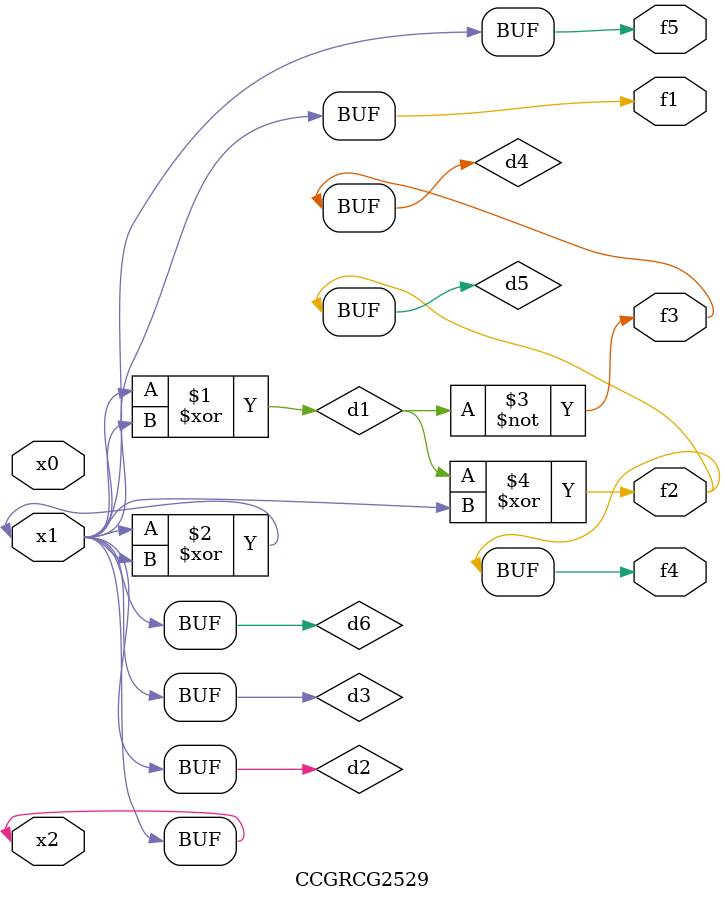
<source format=v>
module CCGRCG2529(
	input x0, x1, x2,
	output f1, f2, f3, f4, f5
);

	wire d1, d2, d3, d4, d5, d6;

	xor (d1, x1, x2);
	buf (d2, x1, x2);
	xor (d3, x1, x2);
	nor (d4, d1);
	xor (d5, d1, d2);
	buf (d6, d2, d3);
	assign f1 = d6;
	assign f2 = d5;
	assign f3 = d4;
	assign f4 = d5;
	assign f5 = d6;
endmodule

</source>
